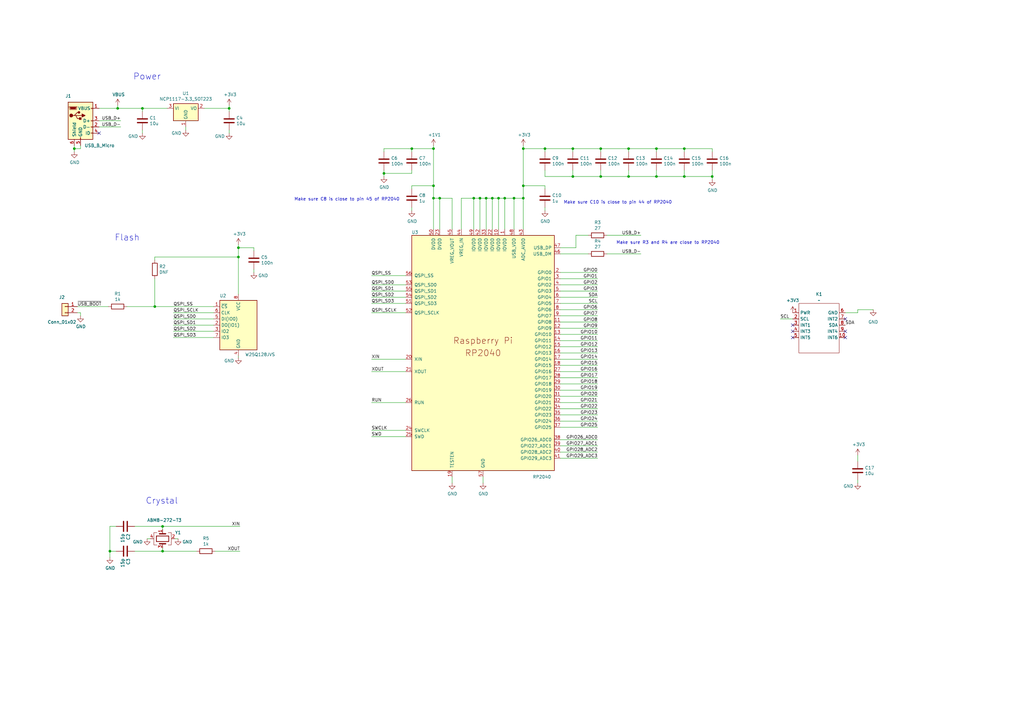
<source format=kicad_sch>
(kicad_sch (version 20231120) (generator "eeschema") (generator_version "8.0")
  (paper "A3")
  (title_block (title "RP2040 Minimal Design Example") (date "2024-01-16") (rev "REV2") (company "Raspberry Pi Ltd"))
  (lib_symbols
    (symbol "+3V3_1" (power) (pin_numbers hide) (pin_names (offset 0) hide)
      (property "Value" "+3V3" (at 0 3.556 0))
      (symbol "+3V3_1_0_1"
        (polyline (pts (xy -0.762 1.27) (xy 0 2.54)))
        (polyline (pts (xy 0 0) (xy 0 2.54)))
        (polyline (pts (xy 0 2.54) (xy 0.762 1.27)))
      )
      (symbol "+3V3_1_1_1"
        (pin power_in line (at 0 0 90) (length 0) (name "~") (number "1"))
      )
    )
    (symbol "12PinSymbol:12PinEdgeConnector"
      (property "Reference" "K" (at 0.508 10.16 0))
      (symbol "12PinEdgeConnector_0_1"
        (rectangle (start -7.62 8.89) (end 8.89 -11.43))
      )
      (symbol "12PinEdgeConnector_1_1"
        (pin input line (at -10.16 5.08 0) (length 2.54) (name "PWR") (number "1"))
        (pin input line (at 11.43 -5.08 180) (length 2.54) (name "INT6") (number "10"))
        (pin input line (at -10.16 2.54 0) (length 2.54) (name "SCL") (number "2"))
        (pin input line (at -10.16 0 0) (length 2.54) (name "INT1") (number "3"))
        (pin input line (at -10.16 -2.54 0) (length 2.54) (name "INT3") (number "4"))
        (pin input line (at -10.16 -5.08 0) (length 2.54) (name "INT5") (number "5"))
        (pin input line (at 11.43 5.08 180) (length 2.54) (name "GND") (number "6"))
        (pin input line (at 11.43 2.54 180) (length 2.54) (name "INT2") (number "7"))
        (pin input line (at 11.43 0 180) (length 2.54) (name "SDA") (number "8"))
        (pin input line (at 11.43 -2.54 180) (length 2.54) (name "INT4") (number "9"))
      )
    )
    (symbol "Connector:USB_B_Micro" (pin_names (offset 1.016))
      (property "Reference" "J" (at -5.08 11.43 0))
      (property "Value" "USB_B_Micro" (at -5.08 8.89 0))
      (symbol "USB_B_Micro_0_1"
        (rectangle (start -5.08 -7.62) (end 5.08 7.62) (stroke (width 0.254)) (fill (type background)))
        (circle (center -3.81 2.159) (radius 0.635) (stroke (width 0.254)) (fill (type outline)))
        (circle (center -0.635 3.429) (radius 0.381) (stroke (width 0.254)) (fill (type outline)))
        (rectangle (start -0.127 -7.62) (end 0.127 -6.858))
        (polyline (pts (xy -1.905 2.159) (xy 0.635 2.159)) (stroke (width 0.254)))
        (polyline (pts (xy -3.175 2.159) (xy -2.54 2.159) (xy -1.27 3.429) (xy -0.635 3.429)) (stroke (width 0.254)))
        (polyline (pts (xy -2.54 2.159) (xy -1.905 2.159) (xy -1.27 0.889) (xy 0 0.889)) (stroke (width 0.254)))
        (polyline (pts (xy 0.635 2.794) (xy 0.635 1.524) (xy 1.905 2.159) (xy 0.635 2.794)) (stroke (width 0.254)) (fill (type outline)))
        (polyline (pts (xy -4.318 5.588) (xy -1.778 5.588) (xy -2.032 4.826) (xy -4.064 4.826) (xy -4.318 5.588)) (fill (type outline)))
        (polyline (pts (xy -4.699 5.842) (xy -4.699 5.588) (xy -4.445 4.826) (xy -4.445 4.572) (xy -1.651 4.572) (xy -1.651 4.826) (xy -1.397 5.588) (xy -1.397 5.842) (xy -4.699 5.842)))
        (rectangle (start 0.254 1.27) (end -0.508 0.508) (stroke (width 0.254)) (fill (type outline)))
        (rectangle (start 5.08 -5.207) (end 4.318 -4.953))
        (rectangle (start 5.08 -2.667) (end 4.318 -2.413))
        (rectangle (start 5.08 -0.127) (end 4.318 0.127))
        (rectangle (start 5.08 4.953) (end 4.318 5.207))
      )
      (symbol "USB_B_Micro_1_1"
        (pin power_out line (at 7.62 5.08 180) (length 2.54) (name "VBUS") (number "1"))
        (pin bidirectional line (at 7.62 -2.54 180) (length 2.54) (name "D-") (number "2"))
        (pin bidirectional line (at 7.62 0 180) (length 2.54) (name "D+") (number "3"))
        (pin passive line (at 7.62 -5.08 180) (length 2.54) (name "ID") (number "4"))
        (pin power_out line (at 0 -10.16 90) (length 2.54) (name "GND") (number "5"))
        (pin passive line (at -2.54 -10.16 90) (length 2.54) (name "Shield") (number "6"))
      )
    )
    (symbol "Connector_Generic:Conn_01x02" (pin_names (offset 1.016) hide)
      (property "Reference" "J" (at 0 2.54 0))
      (property "Value" "Conn_01x02" (at 0 -5.08 0))
      (symbol "Conn_01x02_1_1"
        (rectangle (start -1.27 -2.413) (end 0 -2.667) (stroke (width 0.1524)))
        (rectangle (start -1.27 0.127) (end 0 -0.127) (stroke (width 0.1524)))
        (rectangle (start -1.27 1.27) (end 1.27 -3.81) (stroke (width 0.254)) (fill (type background)))
        (pin passive line (at -5.08 0 0) (length 3.81) (name "Pin_1") (number "1"))
        (pin passive line (at -5.08 -2.54 0) (length 3.81) (name "Pin_2") (number "2"))
      )
    )
    (symbol "Device:C" (pin_numbers hide) (pin_names (offset 0.254))
      (property "Reference" "C" (at 0.635 2.54 0))
      (property "Value" "C" (at 0.635 -2.54 0))
      (symbol "C_0_1"
        (polyline (pts (xy -2.032 -0.762) (xy 2.032 -0.762)) (stroke (width 0.508)))
        (polyline (pts (xy -2.032 0.762) (xy 2.032 0.762)) (stroke (width 0.508)))
      )
      (symbol "C_1_1"
        (pin passive line (at 0 3.81 270) (length 2.794) (name "~") (number "1"))
        (pin passive line (at 0 -3.81 90) (length 2.794) (name "~") (number "2"))
      )
    )
    (symbol "Device:Crystal_GND24" (pin_names (offset 1.016) hide)
      (property "Reference" "Y" (at 3.175 5.08 0))
      (property "Value" "Crystal_GND24" (at 3.175 3.175 0))
      (symbol "Crystal_GND24_0_1"
        (rectangle (start -1.143 2.54) (end 1.143 -2.54) (stroke (width 0.3048)))
        (polyline (pts (xy -2.54 0) (xy -2.032 0)))
        (polyline (pts (xy -2.032 -1.27) (xy -2.032 1.27)) (stroke (width 0.508)))
        (polyline (pts (xy 0 -3.81) (xy 0 -3.556)))
        (polyline (pts (xy 0 3.556) (xy 0 3.81)))
        (polyline (pts (xy 2.032 -1.27) (xy 2.032 1.27)) (stroke (width 0.508)))
        (polyline (pts (xy 2.032 0) (xy 2.54 0)))
        (polyline (pts (xy -2.54 -2.286) (xy -2.54 -3.556) (xy 2.54 -3.556) (xy 2.54 -2.286)))
        (polyline (pts (xy -2.54 2.286) (xy -2.54 3.556) (xy 2.54 3.556) (xy 2.54 2.286)))
      )
      (symbol "Crystal_GND24_1_1"
        (pin passive line (at -3.81 0 0) (length 1.27) (name "1") (number "1"))
        (pin passive line (at 0 5.08 270) (length 1.27) (name "2") (number "2"))
        (pin passive line (at 3.81 0 180) (length 1.27) (name "3") (number "3"))
        (pin passive line (at 0 -5.08 90) (length 1.27) (name "4") (number "4"))
      )
    )
    (symbol "Device:R" (pin_numbers hide) (pin_names (offset 0))
      (property "Reference" "R" (at 2.032 0 90))
      (property "Value" "R" (at 0 0 90))
      (symbol "R_0_1"
        (rectangle (start -1.016 -2.54) (end 1.016 2.54) (stroke (width 0.254)))
      )
      (symbol "R_1_1"
        (pin passive line (at 0 3.81 270) (length 1.27) (name "~") (number "1"))
        (pin passive line (at 0 -3.81 90) (length 1.27) (name "~") (number "2"))
      )
    )
    (symbol "GND_1" (power) (pin_numbers hide) (pin_names (offset 0) hide)
      (property "Value" "GND" (at 0 -3.81 0))
      (symbol "GND_1_0_1"
        (polyline (pts (xy 0 0) (xy 0 -1.27) (xy 1.27 -1.27) (xy 0 -2.54) (xy -1.27 -1.27) (xy 0 -1.27)))
      )
      (symbol "GND_1_1_1"
        (pin power_in line (at 0 0 270) (length 0) (name "~") (number "1"))
      )
    )
    (symbol "MCU_RaspberryPi_RP2040:RP2040" (pin_names (offset 1.016))
      (property "Reference" "U" (at -29.21 49.53 0))
      (property "Value" "RP2040" (at 24.13 -49.53 0))
      (symbol "RP2040_0_0"
        (text "Raspberry Pi" (at 0 5.08 0) (effects (font (size 2.54 2.54))))
        (text "RP2040" (at 0 0 0) (effects (font (size 2.54 2.54))))
      )
      (symbol "RP2040_0_1"
        (rectangle (start 29.21 48.26) (end -29.21 -48.26) (stroke (width 0.254)) (fill (type background)))
      )
      (symbol "RP2040_1_1"
        (pin power_in line (at 8.89 50.8 270) (length 2.54) (name "IOVDD") (number "1"))
        (pin power_in line (at 6.35 50.8 270) (length 2.54) (name "IOVDD") (number "10"))
        (pin bidirectional line (at 31.75 12.7 180) (length 2.54) (name "GPIO8") (number "11"))
        (pin bidirectional line (at 31.75 10.16 180) (length 2.54) (name "GPIO9") (number "12"))
        (pin bidirectional line (at 31.75 7.62 180) (length 2.54) (name "GPIO10") (number "13"))
        (pin bidirectional line (at 31.75 5.08 180) (length 2.54) (name "GPIO11") (number "14"))
        (pin bidirectional line (at 31.75 2.54 180) (length 2.54) (name "GPIO12") (number "15"))
        (pin bidirectional line (at 31.75 0 180) (length 2.54) (name "GPIO13") (number "16"))
        (pin bidirectional line (at 31.75 -2.54 180) (length 2.54) (name "GPIO14") (number "17"))
        (pin bidirectional line (at 31.75 -5.08 180) (length 2.54) (name "GPIO15") (number "18"))
        (pin passive line (at -12.7 -50.8 90) (length 2.54) (name "TESTEN") (number "19"))
        (pin bidirectional line (at 31.75 33.02 180) (length 2.54) (name "GPIO0") (number "2"))
        (pin input line (at -31.75 -2.54 0) (length 2.54) (name "XIN") (number "20"))
        (pin passive line (at -31.75 -7.62 0) (length 2.54) (name "XOUT") (number "21"))
        (pin power_in line (at 3.81 50.8 270) (length 2.54) (name "IOVDD") (number "22"))
        (pin power_in line (at -17.78 50.8 270) (length 2.54) (name "DVDD") (number "23"))
        (pin output line (at -31.75 -31.75 0) (length 2.54) (name "SWCLK") (number "24"))
        (pin bidirectional line (at -31.75 -34.29 0) (length 2.54) (name "SWD") (number "25"))
        (pin input line (at -31.75 -20.32 0) (length 2.54) (name "RUN") (number "26"))
        (pin bidirectional line (at 31.75 -7.62 180) (length 2.54) (name "GPIO16") (number "27"))
        (pin bidirectional line (at 31.75 -10.16 180) (length 2.54) (name "GPIO17") (number "28"))
        (pin bidirectional line (at 31.75 -12.7 180) (length 2.54) (name "GPIO18") (number "29"))
        (pin bidirectional line (at 31.75 30.48 180) (length 2.54) (name "GPIO1") (number "3"))
        (pin bidirectional line (at 31.75 -15.24 180) (length 2.54) (name "GPIO19") (number "30"))
        (pin bidirectional line (at 31.75 -17.78 180) (length 2.54) (name "GPIO20") (number "31"))
        (pin bidirectional line (at 31.75 -20.32 180) (length 2.54) (name "GPIO21") (number "32"))
        (pin power_in line (at 1.27 50.8 270) (length 2.54) (name "IOVDD") (number "33"))
        (pin bidirectional line (at 31.75 -22.86 180) (length 2.54) (name "GPIO22") (number "34"))
        (pin bidirectional line (at 31.75 -25.4 180) (length 2.54) (name "GPIO23") (number "35"))
        (pin bidirectional line (at 31.75 -27.94 180) (length 2.54) (name "GPIO24") (number "36"))
        (pin bidirectional line (at 31.75 -30.48 180) (length 2.54) (name "GPIO25") (number "37"))
        (pin bidirectional line (at 31.75 -35.56 180) (length 2.54) (name "GPIO26_ADC0") (number "38"))
        (pin bidirectional line (at 31.75 -38.1 180) (length 2.54) (name "GPIO27_ADC1") (number "39"))
        (pin bidirectional line (at 31.75 27.94 180) (length 2.54) (name "GPIO2") (number "4"))
        (pin bidirectional line (at 31.75 -40.64 180) (length 2.54) (name "GPIO28_ADC2") (number "40"))
        (pin bidirectional line (at 31.75 -43.18 180) (length 2.54) (name "GPIO29_ADC3") (number "41"))
        (pin power_in line (at -1.27 50.8 270) (length 2.54) (name "IOVDD") (number "42"))
        (pin power_in line (at 16.51 50.8 270) (length 2.54) (name "ADC_AVDD") (number "43"))
        (pin power_in line (at -8.89 50.8 270) (length 2.54) (name "VREG_IN") (number "44"))
        (pin power_out line (at -12.7 50.8 270) (length 2.54) (name "VREG_VOUT") (number "45"))
        (pin bidirectional line (at 31.75 40.64 180) (length 2.54) (name "USB_DM") (number "46"))
        (pin bidirectional line (at 31.75 43.18 180) (length 2.54) (name "USB_DP") (number "47"))
        (pin power_in line (at 12.7 50.8 270) (length 2.54) (name "USB_VDD") (number "48"))
        (pin power_in line (at -3.81 50.8 270) (length 2.54) (name "IOVDD") (number "49"))
        (pin bidirectional line (at 31.75 25.4 180) (length 2.54) (name "GPIO3") (number "5"))
        (pin power_in line (at -20.32 50.8 270) (length 2.54) (name "DVDD") (number "50"))
        (pin bidirectional line (at -31.75 20.32 0) (length 2.54) (name "QSPI_SD3") (number "51"))
        (pin output line (at -31.75 16.51 0) (length 2.54) (name "QSPI_SCLK") (number "52"))
        (pin bidirectional line (at -31.75 27.94 0) (length 2.54) (name "QSPI_SD0") (number "53"))
        (pin bidirectional line (at -31.75 22.86 0) (length 2.54) (name "QSPI_SD2") (number "54"))
        (pin bidirectional line (at -31.75 25.4 0) (length 2.54) (name "QSPI_SD1") (number "55"))
        (pin bidirectional line (at -31.75 31.75 0) (length 2.54) (name "QSPI_SS") (number "56"))
        (pin power_in line (at 0 -50.8 90) (length 2.54) (name "GND") (number "57"))
        (pin bidirectional line (at 31.75 22.86 180) (length 2.54) (name "GPIO4") (number "6"))
        (pin bidirectional line (at 31.75 20.32 180) (length 2.54) (name "GPIO5") (number "7"))
        (pin bidirectional line (at 31.75 17.78 180) (length 2.54) (name "GPIO6") (number "8"))
        (pin bidirectional line (at 31.75 15.24 180) (length 2.54) (name "GPIO7") (number "9"))
      )
    )
    (symbol "Memory_Flash:W25Q128JVS"
      (property "Reference" "U" (at -8.89 8.89 0))
      (property "Value" "W25Q128JVS" (at 7.62 8.89 0))
      (symbol "W25Q128JVS_0_1"
        (rectangle (start -7.62 10.16) (end 7.62 -10.16) (stroke (width 0.254)) (fill (type background)))
      )
      (symbol "W25Q128JVS_1_1"
        (pin input line (at -10.16 7.62 0) (length 2.54) (name "~{CS}") (number "1"))
        (pin bidirectional line (at -10.16 0 0) (length 2.54) (name "DO(IO1)") (number "2"))
        (pin bidirectional line (at -10.16 -2.54 0) (length 2.54) (name "IO2") (number "3"))
        (pin power_in line (at 0 -12.7 90) (length 2.54) (name "GND") (number "4"))
        (pin bidirectional line (at -10.16 2.54 0) (length 2.54) (name "DI(IO0)") (number "5"))
        (pin input line (at -10.16 5.08 0) (length 2.54) (name "CLK") (number "6"))
        (pin bidirectional line (at -10.16 -5.08 0) (length 2.54) (name "IO3") (number "7"))
        (pin power_in line (at 0 12.7 270) (length 2.54) (name "VCC") (number "8"))
      )
    )
    (symbol "Regulator_Linear:NCP1117-3.3_SOT223"
      (property "Reference" "U" (at -3.81 3.175 0))
      (property "Value" "NCP1117-3.3_SOT223" (at 0 3.175 0))
      (symbol "NCP1117-3.3_SOT223_0_1"
        (rectangle (start -5.08 -5.08) (end 5.08 1.905) (stroke (width 0.254)) (fill (type background)))
      )
      (symbol "NCP1117-3.3_SOT223_1_1"
        (pin power_in line (at 0 -7.62 90) (length 2.54) (name "GND") (number "1"))
        (pin power_out line (at 7.62 0 180) (length 2.54) (name "VO") (number "2"))
        (pin power_in line (at -7.62 0 0) (length 2.54) (name "VI") (number "3"))
      )
    )
    (symbol "power:+1V1" (power) (pin_names (offset 0))
      (property "Value" "+1V1" (at 0 3.556 0))
      (symbol "+1V1_0_1"
        (polyline (pts (xy -0.762 1.27) (xy 0 2.54)))
        (polyline (pts (xy 0 0) (xy 0 2.54)))
        (polyline (pts (xy 0 2.54) (xy 0.762 1.27)))
      )
      (symbol "+1V1_1_1"
        (pin power_in line (at 0 0 90) (length 0) hide (name "+1V1") (number "1"))
      )
    )
    (symbol "power:+3V3" (power) (pin_names (offset 0))
      (property "Value" "+3V3" (at 0 3.556 0))
      (symbol "+3V3_0_1"
        (polyline (pts (xy -0.762 1.27) (xy 0 2.54)))
        (polyline (pts (xy 0 0) (xy 0 2.54)))
        (polyline (pts (xy 0 2.54) (xy 0.762 1.27)))
      )
      (symbol "+3V3_1_1"
        (pin power_in line (at 0 0 90) (length 0) hide (name "+3V3") (number "1"))
      )
    )
    (symbol "power:GND" (power) (pin_names (offset 0))
      (property "Value" "GND" (at 0 -3.81 0))
      (symbol "GND_0_1"
        (polyline (pts (xy 0 0) (xy 0 -1.27) (xy 1.27 -1.27) (xy 0 -2.54) (xy -1.27 -1.27) (xy 0 -1.27)))
      )
      (symbol "GND_1_1"
        (pin power_in line (at 0 0 270) (length 0) hide (name "GND") (number "1"))
      )
    )
    (symbol "power:VBUS" (power) (pin_names (offset 0))
      (property "Value" "VBUS" (at 0 3.81 0))
      (symbol "VBUS_0_1"
        (polyline (pts (xy -0.762 1.27) (xy 0 2.54)))
        (polyline (pts (xy 0 0) (xy 0 2.54)))
        (polyline (pts (xy 0 2.54) (xy 0.762 1.27)))
      )
      (symbol "VBUS_1_1"
        (pin power_in line (at 0 0 90) (length 0) hide (name "VBUS") (number "1"))
      )
    )
  )
  (junction (at 201.93 81.28))
  (junction (at 199.39 81.28))
  (junction (at 97.79 105.41))
  (junction (at 177.8 76.2))
  (junction (at 214.63 76.2))
  (junction (at 168.91 60.96))
  (junction (at 45.085 226.06))
  (junction (at 223.52 60.96))
  (junction (at 246.38 72.39))
  (junction (at 257.81 60.96))
  (junction (at 66.675 215.9))
  (junction (at 246.38 60.96))
  (junction (at 177.8 81.28))
  (junction (at 180.34 81.28))
  (junction (at 204.47 81.28))
  (junction (at 157.48 71.12))
  (junction (at 93.98 44.45))
  (junction (at 280.67 60.96))
  (junction (at 292.1 72.39))
  (junction (at 66.675 226.06))
  (junction (at 48.26 44.45))
  (junction (at 257.81 72.39))
  (junction (at 97.79 101.6))
  (junction (at 30.48 60.96))
  (junction (at 177.8 60.96))
  (junction (at 234.95 72.39))
  (junction (at 269.24 72.39))
  (junction (at 58.42 44.45))
  (junction (at 207.01 81.28))
  (junction (at 214.63 81.28))
  (junction (at 63.5 125.73))
  (junction (at 196.85 81.28))
  (junction (at 214.63 60.96))
  (junction (at 194.31 81.28))
  (junction (at 269.24 60.96))
  (junction (at 280.67 72.39))
  (junction (at 210.82 81.28))
  (junction (at 234.95 60.96))
  (no_connect (at 346.71 138.43))
  (no_connect (at 325.12 138.43))
  (no_connect (at 325.12 135.89))
  (no_connect (at 346.71 135.89))
  (no_connect (at 325.12 133.35))
  (no_connect (at 40.64 54.61))
  (no_connect (at 346.71 130.81))
  (wire (pts (xy 177.8 81.28) (xy 177.8 93.98)))
  (wire (pts (xy 229.87 137.16) (xy 245.11 137.16)))
  (wire (pts (xy 157.48 71.12) (xy 168.91 71.12)))
  (wire (pts (xy 236.22 96.52) (xy 236.22 101.6)))
  (wire (pts (xy 48.26 44.45) (xy 58.42 44.45)))
  (wire (pts (xy 246.38 60.96) (xy 257.81 60.96)))
  (wire (pts (xy 207.01 81.28) (xy 210.82 81.28)))
  (wire (pts (xy 351.79 196.85) (xy 351.79 198.12)))
  (wire (pts (xy 87.63 138.43) (xy 71.12 138.43)))
  (wire (pts (xy 246.38 62.23) (xy 246.38 60.96)))
  (wire (pts (xy 177.8 59.69) (xy 177.8 60.96)))
  (wire (pts (xy 229.87 149.86) (xy 245.11 149.86)))
  (wire (pts (xy 97.79 101.6) (xy 97.79 105.41)))
  (wire (pts (xy 58.42 53.34) (xy 58.42 54.61)))
  (wire (pts (xy 229.87 175.26) (xy 245.11 175.26)))
  (wire (pts (xy 194.31 81.28) (xy 196.85 81.28)))
  (wire (pts (xy 229.87 170.18) (xy 245.11 170.18)))
  (wire (pts (xy 48.26 43.18) (xy 48.26 44.45)))
  (wire (pts (xy 229.87 104.14) (xy 241.3 104.14)))
  (wire (pts (xy 229.87 111.76) (xy 245.11 111.76)))
  (wire (pts (xy 71.12 128.27) (xy 87.63 128.27)))
  (wire (pts (xy 97.79 100.33) (xy 97.79 101.6)))
  (wire (pts (xy 248.92 96.52) (xy 262.89 96.52)))
  (wire (pts (xy 185.42 93.98) (xy 185.42 81.28)))
  (wire (pts (xy 351.79 128.27) (xy 351.79 127)))
  (wire (pts (xy 246.38 69.85) (xy 246.38 72.39)))
  (wire (pts (xy 229.87 116.84) (xy 245.11 116.84)))
  (wire (pts (xy 58.42 45.72) (xy 58.42 44.45)))
  (wire (pts (xy 177.8 76.2) (xy 177.8 81.28)))
  (wire (pts (xy 60.325 220.98) (xy 61.595 220.98)))
  (wire (pts (xy 189.23 81.28) (xy 194.31 81.28)))
  (wire (pts (xy 157.48 60.96) (xy 168.91 60.96)))
  (wire (pts (xy 229.87 185.42) (xy 245.11 185.42)))
  (wire (pts (xy 63.5 114.3) (xy 63.5 125.73)))
  (wire (pts (xy 157.48 69.85) (xy 157.48 71.12)))
  (wire (pts (xy 71.755 220.98) (xy 73.025 220.98)))
  (wire (pts (xy 152.4 124.46) (xy 166.37 124.46)))
  (wire (pts (xy 320.04 130.81) (xy 325.12 130.81)))
  (wire (pts (xy 55.245 215.9) (xy 66.675 215.9)))
  (wire (pts (xy 93.98 45.72) (xy 93.98 44.45)))
  (wire (pts (xy 214.63 81.28) (xy 214.63 93.98)))
  (wire (pts (xy 168.91 60.96) (xy 177.8 60.96)))
  (wire (pts (xy 44.45 125.73) (xy 31.75 125.73)))
  (wire (pts (xy 214.63 76.2) (xy 223.52 76.2)))
  (wire (pts (xy 97.79 146.685) (xy 97.79 146.05)))
  (wire (pts (xy 199.39 93.98) (xy 199.39 81.28)))
  (wire (pts (xy 40.64 49.53) (xy 49.53 49.53)))
  (wire (pts (xy 177.8 60.96) (xy 177.8 76.2)))
  (wire (pts (xy 210.82 81.28) (xy 214.63 81.28)))
  (wire (pts (xy 152.4 119.38) (xy 166.37 119.38)))
  (wire (pts (xy 166.37 165.1) (xy 152.4 165.1)))
  (wire (pts (xy 269.24 62.23) (xy 269.24 60.96)))
  (wire (pts (xy 196.85 81.28) (xy 199.39 81.28)))
  (wire (pts (xy 87.63 133.35) (xy 71.12 133.35)))
  (wire (pts (xy 223.52 62.23) (xy 223.52 60.96)))
  (wire (pts (xy 214.63 60.96) (xy 223.52 60.96)))
  (wire (pts (xy 104.14 101.6) (xy 97.79 101.6)))
  (wire (pts (xy 207.01 81.28) (xy 207.01 93.98)))
  (wire (pts (xy 196.85 93.98) (xy 196.85 81.28)))
  (wire (pts (xy 33.02 59.69) (xy 33.02 60.96)))
  (wire (pts (xy 66.675 224.79) (xy 66.675 226.06)))
  (wire (pts (xy 45.085 226.06) (xy 45.085 228.6)))
  (wire (pts (xy 229.87 101.6) (xy 236.22 101.6)))
  (wire (pts (xy 214.63 60.96) (xy 214.63 76.2)))
  (wire (pts (xy 76.2 52.07) (xy 76.2 53.34)))
  (wire (pts (xy 166.37 152.4) (xy 152.4 152.4)))
  (wire (pts (xy 166.37 113.03) (xy 152.4 113.03)))
  (wire (pts (xy 269.24 60.96) (xy 280.67 60.96)))
  (wire (pts (xy 292.1 69.85) (xy 292.1 72.39)))
  (wire (pts (xy 88.265 226.06) (xy 98.425 226.06)))
  (wire (pts (xy 83.82 44.45) (xy 93.98 44.45)))
  (wire (pts (xy 229.87 147.32) (xy 245.11 147.32)))
  (wire (pts (xy 229.87 127) (xy 245.11 127)))
  (wire (pts (xy 168.91 71.12) (xy 168.91 69.85)))
  (wire (pts (xy 234.95 62.23) (xy 234.95 60.96)))
  (wire (pts (xy 234.95 72.39) (xy 223.52 72.39)))
  (wire (pts (xy 229.87 180.34) (xy 245.11 180.34)))
  (wire (pts (xy 214.63 76.2) (xy 214.63 81.28)))
  (wire (pts (xy 214.63 59.69) (xy 214.63 60.96)))
  (wire (pts (xy 229.87 129.54) (xy 245.11 129.54)))
  (wire (pts (xy 168.91 77.47) (xy 168.91 76.2)))
  (wire (pts (xy 87.63 135.89) (xy 71.12 135.89)))
  (wire (pts (xy 31.75 128.27) (xy 33.02 128.27)))
  (wire (pts (xy 234.95 60.96) (xy 246.38 60.96)))
  (wire (pts (xy 52.07 125.73) (xy 63.5 125.73)))
  (wire (pts (xy 30.48 59.69) (xy 30.48 60.96)))
  (wire (pts (xy 229.87 187.96) (xy 245.11 187.96)))
  (wire (pts (xy 234.95 69.85) (xy 234.95 72.39)))
  (wire (pts (xy 180.34 93.98) (xy 180.34 81.28)))
  (wire (pts (xy 280.67 72.39) (xy 292.1 72.39)))
  (wire (pts (xy 33.02 60.96) (xy 30.48 60.96)))
  (wire (pts (xy 68.58 44.45) (xy 58.42 44.45)))
  (wire (pts (xy 269.24 69.85) (xy 269.24 72.39)))
  (wire (pts (xy 223.52 60.96) (xy 234.95 60.96)))
  (wire (pts (xy 223.52 85.09) (xy 223.52 86.36)))
  (wire (pts (xy 229.87 132.08) (xy 245.11 132.08)))
  (wire (pts (xy 204.47 93.98) (xy 204.47 81.28)))
  (wire (pts (xy 55.245 226.06) (xy 66.675 226.06)))
  (wire (pts (xy 47.625 226.06) (xy 45.085 226.06)))
  (wire (pts (xy 66.675 226.06) (xy 80.645 226.06)))
  (wire (pts (xy 229.87 119.38) (xy 245.11 119.38)))
  (wire (pts (xy 292.1 62.23) (xy 292.1 60.96)))
  (wire (pts (xy 166.37 179.07) (xy 152.4 179.07)))
  (wire (pts (xy 199.39 81.28) (xy 201.93 81.28)))
  (wire (pts (xy 292.1 72.39) (xy 292.1 73.66)))
  (wire (pts (xy 351.79 186.69) (xy 351.79 189.23)))
  (wire (pts (xy 229.87 157.48) (xy 245.11 157.48)))
  (wire (pts (xy 166.37 128.27) (xy 152.4 128.27)))
  (wire (pts (xy 198.12 195.58) (xy 198.12 198.12)))
  (wire (pts (xy 168.91 76.2) (xy 177.8 76.2)))
  (wire (pts (xy 229.87 154.94) (xy 245.11 154.94)))
  (wire (pts (xy 87.63 130.81) (xy 71.12 130.81)))
  (wire (pts (xy 246.38 72.39) (xy 234.95 72.39)))
  (wire (pts (xy 223.52 69.85) (xy 223.52 72.39)))
  (wire (pts (xy 185.42 195.58) (xy 185.42 198.12)))
  (wire (pts (xy 229.87 160.02) (xy 245.11 160.02)))
  (wire (pts (xy 47.625 215.9) (xy 45.085 215.9)))
  (wire (pts (xy 229.87 139.7) (xy 245.11 139.7)))
  (wire (pts (xy 229.87 165.1) (xy 245.11 165.1)))
  (wire (pts (xy 351.79 127) (xy 358.14 127)))
  (wire (pts (xy 180.34 81.28) (xy 177.8 81.28)))
  (wire (pts (xy 248.92 104.14) (xy 262.89 104.14)))
  (wire (pts (xy 229.87 144.78) (xy 245.11 144.78)))
  (wire (pts (xy 280.67 72.39) (xy 269.24 72.39)))
  (wire (pts (xy 45.085 215.9) (xy 45.085 226.06)))
  (wire (pts (xy 66.675 217.17) (xy 66.675 215.9)))
  (wire (pts (xy 152.4 116.84) (xy 166.37 116.84)))
  (wire (pts (xy 201.93 81.28) (xy 204.47 81.28)))
  (wire (pts (xy 229.87 134.62) (xy 245.11 134.62)))
  (wire (pts (xy 229.87 152.4) (xy 245.11 152.4)))
  (wire (pts (xy 157.48 62.23) (xy 157.48 60.96)))
  (wire (pts (xy 236.22 96.52) (xy 241.3 96.52)))
  (wire (pts (xy 104.14 110.49) (xy 104.14 111.76)))
  (wire (pts (xy 157.48 71.12) (xy 157.48 72.39)))
  (wire (pts (xy 280.67 69.85) (xy 280.67 72.39)))
  (wire (pts (xy 152.4 147.32) (xy 166.37 147.32)))
  (wire (pts (xy 229.87 142.24) (xy 245.11 142.24)))
  (wire (pts (xy 257.81 60.96) (xy 269.24 60.96)))
  (wire (pts (xy 346.71 128.27) (xy 351.79 128.27)))
  (wire (pts (xy 223.52 77.47) (xy 223.52 76.2)))
  (wire (pts (xy 152.4 121.92) (xy 166.37 121.92)))
  (wire (pts (xy 229.87 124.46) (xy 245.11 124.46)))
  (wire (pts (xy 229.87 167.64) (xy 245.11 167.64)))
  (wire (pts (xy 229.87 114.3) (xy 245.11 114.3)))
  (wire (pts (xy 257.81 72.39) (xy 246.38 72.39)))
  (wire (pts (xy 104.14 102.87) (xy 104.14 101.6)))
  (wire (pts (xy 269.24 72.39) (xy 257.81 72.39)))
  (wire (pts (xy 204.47 81.28) (xy 207.01 81.28)))
  (wire (pts (xy 63.5 125.73) (xy 87.63 125.73)))
  (wire (pts (xy 194.31 93.98) (xy 194.31 81.28)))
  (wire (pts (xy 40.64 44.45) (xy 48.26 44.45)))
  (wire (pts (xy 201.93 93.98) (xy 201.93 81.28)))
  (wire (pts (xy 168.91 62.23) (xy 168.91 60.96)))
  (wire (pts (xy 185.42 81.28) (xy 180.34 81.28)))
  (wire (pts (xy 280.67 60.96) (xy 292.1 60.96)))
  (wire (pts (xy 280.67 62.23) (xy 280.67 60.96)))
  (wire (pts (xy 257.81 69.85) (xy 257.81 72.39)))
  (wire (pts (xy 229.87 162.56) (xy 245.11 162.56)))
  (wire (pts (xy 229.87 172.72) (xy 245.11 172.72)))
  (wire (pts (xy 210.82 93.98) (xy 210.82 81.28)))
  (wire (pts (xy 257.81 62.23) (xy 257.81 60.96)))
  (wire (pts (xy 166.37 176.53) (xy 152.4 176.53)))
  (wire (pts (xy 189.23 93.98) (xy 189.23 81.28)))
  (wire (pts (xy 168.91 85.09) (xy 168.91 86.36)))
  (wire (pts (xy 93.98 53.34) (xy 93.98 54.61)))
  (wire (pts (xy 30.48 60.96) (xy 30.48 62.23)))
  (wire (pts (xy 63.5 106.68) (xy 63.5 105.41)))
  (wire (pts (xy 63.5 105.41) (xy 97.79 105.41)))
  (wire (pts (xy 93.98 44.45) (xy 93.98 43.18)))
  (wire (pts (xy 229.87 182.88) (xy 245.11 182.88)))
  (wire (pts (xy 229.87 121.92) (xy 245.11 121.92)))
  (wire (pts (xy 40.64 52.07) (xy 49.53 52.07)))
  (wire (pts (xy 33.02 128.27) (xy 33.02 129.54)))
  (wire (pts (xy 97.79 105.41) (xy 97.79 120.65)))
  (wire (pts (xy 66.675 215.9) (xy 98.425 215.9)))
  (text "Power" (at 54.61 33.02 0) (effects (font (size 2.54 2.54)) (justify left bottom)))
  (text "Crystal" (at 59.69 207.01 0) (effects (font (size 2.54 2.54)) (justify left bottom)))
  (text "Make sure C8 is close to pin 45 of RP2040" (at 120.65 82.55 0) (effects (font (size 1.27 1.27)) (justify left bottom)))
  (text "Make sure C10 is close to pin 44 of RP2040" (at 231.14 83.82 0) (effects (font (size 1.27 1.27)) (justify left bottom)))
  (text "Make sure R3 and R4 are close to RP2040" (at 252.73 100.33 0) (effects (font (size 1.27 1.27)) (justify left bottom)))
  (text "Flash" (at 46.99 99.06 0) (effects (font (size 2.54 2.54)) (justify left bottom)))
  (label "XOUT" (at 98.425 226.06 180))
  (label "USB_D-" (at 49.53 52.07 180))
  (label "QSPI_SS" (at 71.12 125.73 0))
  (label "QSPI_SD3" (at 71.12 138.43 0))
  (label "QSPI_SD2" (at 152.4 121.92 0))
  (label "USB_D-" (at 262.89 104.14 180))
  (label "SDA" (at 245.11 121.92 180))
  (label "RUN" (at 152.4 165.1 0))
  (label "XOUT" (at 152.4 152.4 0))
  (label "GPIO29_ADC3" (at 245.11 187.96 180))
  (label "QSPI_SD1" (at 152.4 119.38 0))
  (label "GPIO13" (at 245.11 144.78 180))
  (label "GPIO6" (at 245.11 127 180))
  (label "USB_D+" (at 262.89 96.52 180))
  (label "SWD" (at 152.4 179.07 0))
  (label "GPIO20" (at 245.11 162.56 180))
  (label "QSPI_SD1" (at 71.12 133.35 0))
  (label "QSPI_SD3" (at 152.4 124.46 0))
  (label "GPIO18" (at 245.11 157.48 180))
  (label "GPIO25" (at 245.11 175.26 180))
  (label "SDA" (at 346.71 133.35 0))
  (label "GPIO0" (at 245.11 111.76 180))
  (label "GPIO21" (at 245.11 165.1 180))
  (label "GPIO11" (at 245.11 139.7 180))
  (label "GPIO27_ADC1" (at 245.11 182.88 180))
  (label "GPIO1" (at 245.11 114.3 180))
  (label "XIN" (at 98.425 215.9 180))
  (label "USB_D+" (at 49.53 49.53 180))
  (label "GPIO14" (at 245.11 147.32 180))
  (label "GPIO3" (at 245.11 119.38 180))
  (label "GPIO10" (at 245.11 137.16 180))
  (label "GPIO23" (at 245.11 170.18 180))
  (label "SWCLK" (at 152.4 176.53 0))
  (label "SCL" (at 320.04 130.81 0))
  (label "QSPI_SCLK" (at 152.4 128.27 0))
  (label "QSPI_SD0" (at 152.4 116.84 0))
  (label "GPIO17" (at 245.11 154.94 180))
  (label "GPIO2" (at 245.11 116.84 180))
  (label "GPIO9" (at 245.11 134.62 180))
  (label "GPIO15" (at 245.11 149.86 180))
  (label "GPIO12" (at 245.11 142.24 180))
  (label "GPIO24" (at 245.11 172.72 180))
  (label "SCL" (at 245.11 124.46 180))
  (label "GPIO22" (at 245.11 167.64 180))
  (label "GPIO19" (at 245.11 160.02 180))
  (label "QSPI_SS" (at 152.4 113.03 0))
  (label "QSPI_SD2" (at 71.12 135.89 0))
  (label "QSPI_SD0" (at 71.12 130.81 0))
  (label "QSPI_SCLK" (at 71.12 128.27 0))
  (label "~{USB_BOOT}" (at 31.75 125.73 0))
  (label "GPIO26_ADC0" (at 245.11 180.34 180))
  (label "GPIO28_ADC2" (at 245.11 185.42 180))
  (label "GPIO16" (at 245.11 152.4 180))
  (label "GPIO8" (at 245.11 132.08 180))
  (label "XIN" (at 152.4 147.32 0))
  (label "GPIO7" (at 245.11 129.54 180))
  (symbol (lib_id "MCU_RaspberryPi_RP2040:RP2040") (at 198.12 144.78 0) (unit 1)
    (property "Reference" "U3" (at 170.18 95.25 0))
    (property "Value" "RP2040" (at 222.25 195.58 0))
    (property "Footprint" "RP2040_minimal:RP2040-QFN-56" (effects (hide yes)))
  )
  (symbol (lib_id "Memory_Flash:W25Q128JVS") (at 97.79 133.35 0) (unit 1)
    (property "Reference" "U2" (at 91.44 121.285 0))
    (property "Value" "W25Q128JVS" (at 106.68 145.415 0))
    (property "Footprint" "Package_SO:SOIC-8_5.23x5.23mm_P1.27mm" (effects (hide yes)))
    (property "Datasheet" "http://www.winbond.com/resource-files/w25q128jv_dtr%20revc%2003272018%20plus.pdf" (effects (hide yes)))
  )
  (symbol (lib_id "power:+3V3") (at 97.79 100.33 0) (unit 1)
    (property "Reference" "#PWR07" (effects (hide yes)))
    (property "Value" "+3V3" (at 98.171 95.9358 0))
  )
  (symbol (lib_id "power:GND") (at 97.79 146.685 0) (unit 1)
    (property "Reference" "#PWR08" (effects (hide yes)))
    (property "Value" "GND" (at 93.98 147.955 0))
  )
  (symbol (lib_id "Device:R") (at 63.5 110.49 0) (unit 1)
    (property "Reference" "R2" (at 65.278 109.3216 0) (effects (justify left)))
    (property "Value" "DNF" (at 65.278 111.633 0) (effects (justify left)))
    (property "Footprint" "Resistor_SMD:R_0402_1005Metric" (effects (hide yes)))
  )
  (symbol (lib_id "Device:R") (at 48.26 125.73 270) (unit 1)
    (property "Reference" "R1" (at 48.26 120.4722 90))
    (property "Value" "1k" (at 48.26 122.7836 90))
    (property "Footprint" "Resistor_SMD:R_0402_1005Metric" (effects (hide yes)))
  )
  (symbol (lib_id "Device:C") (at 104.14 106.68 0) (unit 1)
    (property "Reference" "C5" (at 107.061 105.5116 0) (effects (justify left)))
    (property "Value" "100n" (at 107.061 107.823 0) (effects (justify left)))
    (property "Footprint" "Capacitor_SMD:C_0402_1005Metric" (effects (hide yes)))
  )
  (symbol (lib_id "power:GND") (at 104.14 111.76 0) (unit 1)
    (property "Reference" "#PWR011" (effects (hide yes)))
    (property "Value" "GND" (at 107.95 113.03 0))
  )
  (symbol (lib_id "Connector:USB_B_Micro") (at 33.02 49.53 0) (unit 1)
    (property "Reference" "J1" (at 29.21 39.37 0) (effects (justify right)))
    (property "Value" "USB_B_Micro" (at 46.99 59.69 0) (effects (justify right)))
    (property "Footprint" "RP2040_minimal:USB_Micro-B_Amphenol_10103594-0001LF_Horizontal_modified" (effects (hide yes)))
  )
  (symbol (lib_id "power:GND") (at 198.12 198.12 0) (unit 1)
    (property "Reference" "#PWR016" (effects (hide yes)))
    (property "Value" "GND" (at 198.247 202.5142 0))
  )
  (symbol (lib_id "power:GND") (at 185.42 198.12 0) (unit 1)
    (property "Reference" "#PWR015" (effects (hide yes)))
    (property "Value" "GND" (at 185.547 202.5142 0))
  )
  (symbol (lib_id "Device:R") (at 245.11 96.52 270) (unit 1)
    (property "Reference" "R3" (at 245.11 91.2622 90))
    (property "Value" "27" (at 245.11 93.5736 90))
    (property "Footprint" "Resistor_SMD:R_0402_1005Metric" (effects (hide yes)))
  )
  (symbol (lib_id "Device:R") (at 245.11 104.14 270) (unit 1)
    (property "Reference" "R4" (at 245.11 98.8822 90))
    (property "Value" "27" (at 245.11 101.1936 90))
    (property "Footprint" "Resistor_SMD:R_0402_1005Metric" (effects (hide yes)))
  )
  (symbol (lib_id "power:GND") (at 30.48 62.23 0) (unit 1)
    (property "Reference" "#PWR01" (effects (hide yes)))
    (property "Value" "GND" (at 30.607 66.6242 0))
  )
  (symbol (lib_id "power:+3V3") (at 214.63 59.69 0) (unit 1)
    (property "Reference" "#PWR017" (effects (hide yes)))
    (property "Value" "+3V3" (at 215.011 55.2958 0))
  )
  (symbol (lib_id "power:+1V1") (at 177.8 59.69 0) (unit 1)
    (property "Reference" "#PWR014" (effects (hide yes)))
    (property "Value" "+1V1" (at 178.181 55.2958 0))
  )
  (symbol (lib_id "Device:C") (at 223.52 66.04 0) (unit 1)
    (property "Reference" "C9" (at 226.441 64.8716 0) (effects (justify left)))
    (property "Value" "100n" (at 226.441 67.183 0) (effects (justify left)))
    (property "Footprint" "Capacitor_SMD:C_0402_1005Metric" (effects (hide yes)))
  )
  (symbol (lib_id "Device:C") (at 234.95 66.04 0) (unit 1)
    (property "Reference" "C11" (at 237.871 64.8716 0) (effects (justify left)))
    (property "Value" "100n" (at 237.871 67.183 0) (effects (justify left)))
    (property "Footprint" "Capacitor_SMD:C_0402_1005Metric" (effects (hide yes)))
  )
  (symbol (lib_id "Device:C") (at 246.38 66.04 0) (unit 1)
    (property "Reference" "C12" (at 249.301 64.8716 0) (effects (justify left)))
    (property "Value" "100n" (at 249.301 67.183 0) (effects (justify left)))
    (property "Footprint" "Capacitor_SMD:C_0402_1005Metric" (effects (hide yes)))
  )
  (symbol (lib_id "Device:C") (at 257.81 66.04 0) (unit 1)
    (property "Reference" "C13" (at 260.731 64.8716 0) (effects (justify left)))
    (property "Value" "100n" (at 260.731 67.183 0) (effects (justify left)))
    (property "Footprint" "Capacitor_SMD:C_0402_1005Metric" (effects (hide yes)))
  )
  (symbol (lib_id "Device:C") (at 269.24 66.04 0) (unit 1)
    (property "Reference" "C14" (at 272.161 64.8716 0) (effects (justify left)))
    (property "Value" "100n" (at 272.161 67.183 0) (effects (justify left)))
    (property "Footprint" "Capacitor_SMD:C_0402_1005Metric" (effects (hide yes)))
  )
  (symbol (lib_id "Device:C") (at 280.67 66.04 0) (unit 1)
    (property "Reference" "C15" (at 283.591 64.8716 0) (effects (justify left)))
    (property "Value" "100n" (at 283.591 67.183 0) (effects (justify left)))
    (property "Footprint" "Capacitor_SMD:C_0402_1005Metric" (effects (hide yes)))
  )
  (symbol (lib_id "Device:C") (at 292.1 66.04 0) (unit 1)
    (property "Reference" "C16" (at 295.021 64.8716 0) (effects (justify left)))
    (property "Value" "100n" (at 295.021 67.183 0) (effects (justify left)))
    (property "Footprint" "Capacitor_SMD:C_0402_1005Metric" (effects (hide yes)))
  )
  (symbol (lib_id "Device:C") (at 157.48 66.04 0) (unit 1)
    (property "Reference" "C6" (at 160.401 64.8716 0) (effects (justify left)))
    (property "Value" "100n" (at 160.401 67.183 0) (effects (justify left)))
    (property "Footprint" "Capacitor_SMD:C_0402_1005Metric" (effects (hide yes)))
  )
  (symbol (lib_id "Device:C") (at 168.91 66.04 0) (unit 1)
    (property "Reference" "C7" (at 171.831 64.8716 0) (effects (justify left)))
    (property "Value" "100n" (at 171.831 67.183 0) (effects (justify left)))
    (property "Footprint" "Capacitor_SMD:C_0402_1005Metric" (effects (hide yes)))
  )
  (symbol (lib_id "Device:C") (at 168.91 81.28 0) (unit 1)
    (property "Reference" "C8" (at 171.831 80.1116 0) (effects (justify left)))
    (property "Value" "1u" (at 171.831 82.423 0) (effects (justify left)))
    (property "Footprint" "Capacitor_SMD:C_0402_1005Metric" (effects (hide yes)))
  )
  (symbol (lib_id "Device:C") (at 223.52 81.28 0) (unit 1)
    (property "Reference" "C10" (at 226.441 80.1116 0) (effects (justify left)))
    (property "Value" "1u" (at 226.441 82.423 0) (effects (justify left)))
    (property "Footprint" "Capacitor_SMD:C_0402_1005Metric" (effects (hide yes)))
  )
  (symbol (lib_id "power:GND") (at 292.1 73.66 0) (unit 1)
    (property "Reference" "#PWR023" (effects (hide yes)))
    (property "Value" "GND" (at 292.227 78.0542 0))
  )
  (symbol (lib_id "power:GND") (at 157.48 72.39 0) (unit 1)
    (property "Reference" "#PWR012" (effects (hide yes)))
    (property "Value" "GND" (at 157.607 76.7842 0))
  )
  (symbol (lib_id "power:GND") (at 168.91 86.36 0) (unit 1)
    (property "Reference" "#PWR013" (effects (hide yes)))
    (property "Value" "GND" (at 169.037 90.7542 0))
  )
  (symbol (lib_id "power:GND") (at 223.52 86.36 0) (unit 1)
    (property "Reference" "#PWR018" (effects (hide yes)))
    (property "Value" "GND" (at 223.647 90.7542 0))
  )
  (symbol (lib_id "Regulator_Linear:NCP1117-3.3_SOT223") (at 76.2 44.45 0) (unit 1)
    (property "Reference" "U1" (at 76.2 38.3032 0))
    (property "Value" "NCP1117-3.3_SOT223" (at 76.2 40.6146 0))
    (property "Footprint" "Package_TO_SOT_SMD:SOT-223-3_TabPin2" (effects (hide yes)))
    (property "Datasheet" "http://www.onsemi.com/pub_link/Collateral/NCP1117-D.PDF" (effects (hide yes)))
  )
  (symbol (lib_id "power:VBUS") (at 48.26 43.18 0) (unit 1)
    (property "Reference" "#PWR03" (effects (hide yes)))
    (property "Value" "VBUS" (at 48.641 38.7858 0))
  )
  (symbol (lib_id "power:GND") (at 76.2 53.34 0) (unit 1)
    (property "Reference" "#PWR05" (effects (hide yes)))
    (property "Value" "GND" (at 72.39 54.61 0))
  )
  (symbol (lib_id "power:+3V3") (at 93.98 43.18 0) (unit 1)
    (property "Reference" "#PWR09" (effects (hide yes)))
    (property "Value" "+3V3" (at 94.361 38.7858 0))
  )
  (symbol (lib_id "Device:C") (at 58.42 49.53 0) (unit 1)
    (property "Reference" "C1" (at 61.341 48.3616 0) (effects (justify left)))
    (property "Value" "10u" (at 61.341 50.673 0) (effects (justify left)))
    (property "Footprint" "Capacitor_SMD:C_0805_2012Metric" (effects (hide yes)))
  )
  (symbol (lib_id "Device:C") (at 93.98 49.53 0) (unit 1)
    (property "Reference" "C4" (at 96.901 48.3616 0) (effects (justify left)))
    (property "Value" "10u" (at 96.901 50.673 0) (effects (justify left)))
    (property "Footprint" "Capacitor_SMD:C_0805_2012Metric" (effects (hide yes)))
  )
  (symbol (lib_id "power:GND") (at 58.42 54.61 0) (unit 1)
    (property "Reference" "#PWR04" (effects (hide yes)))
    (property "Value" "GND" (at 54.61 55.88 0))
  )
  (symbol (lib_id "power:GND") (at 93.98 54.61 0) (unit 1)
    (property "Reference" "#PWR010" (effects (hide yes)))
    (property "Value" "GND" (at 90.17 55.88 0))
  )
  (symbol (lib_id "power:+3V3") (at 351.79 186.69 0) (unit 1)
    (property "Reference" "#PWR024" (effects (hide yes)))
    (property "Value" "+3V3" (at 352.171 182.2958 0))
  )
  (symbol (lib_id "Device:C") (at 351.79 193.04 0) (unit 1)
    (property "Reference" "C17" (at 354.711 191.8716 0) (effects (justify left)))
    (property "Value" "10u" (at 354.711 194.183 0) (effects (justify left)))
    (property "Footprint" "Capacitor_SMD:C_0805_2012Metric" (effects (hide yes)))
  )
  (symbol (lib_id "power:GND") (at 351.79 198.12 0) (unit 1)
    (property "Reference" "#PWR025" (effects (hide yes)))
    (property "Value" "GND" (at 347.98 199.39 0))
  )
  (symbol (lib_id "Connector_Generic:Conn_01x02") (at 26.67 125.73 0) (mirror y) (unit 1)
    (property "Reference" "J2" (at 25.4 121.92 0))
    (property "Value" "Conn_01x02" (at 25.4 132.08 0))
    (property "Footprint" "Connector_PinHeader_2.54mm:PinHeader_1x02_P2.54mm_Vertical" (effects (hide yes)))
  )
  (symbol (lib_id "power:GND") (at 33.02 129.54 0) (unit 1)
    (property "Reference" "#PWR02" (effects (hide yes)))
    (property "Value" "GND" (at 33.147 133.9342 0))
  )
  (symbol (lib_name "GND_1") (lib_id "power:GND") (at 358.14 127 0) (unit 1)
    (property "Reference" "#PWR020" (effects (hide yes)))
    (property "Value" "GND" (at 358.14 132.08 0))
    (property "Description" "Power symbol creates a global label with name \"GND\" , ground" (effects (hide yes)))
  )
  (symbol (lib_id "Device:Crystal_GND24") (at 66.675 220.98 270) (unit 1)
    (property "Reference" "Y1" (at 71.755 218.44 90) (effects (justify left)))
    (property "Value" "ABM8-272-T3" (at 60.325 213.36 90) (effects (justify left)))
    (property "Footprint" "Crystal:Crystal_SMD_3225-4Pin_3.2x2.5mm" (effects (hide yes)))
  )
  (symbol (lib_id "power:GND") (at 73.025 220.98 0) (unit 1)
    (property "Reference" "#PWR027" (effects (hide yes)))
    (property "Value" "GND" (at 76.835 222.25 0))
  )
  (symbol (lib_name "+3V3_1") (lib_id "power:+3V3") (at 325.12 128.27 0) (unit 1)
    (property "Reference" "#PWR019" (effects (hide yes)))
    (property "Value" "+3V3" (at 325.12 123.19 0))
    (property "Description" "Power symbol creates a global label with name \"+3V3\"" (effects (hide yes)))
  )
  (symbol (lib_id "Device:C") (at 51.435 215.9 270) (unit 1)
    (property "Reference" "C2" (at 52.6034 218.821 0) (effects (justify left)))
    (property "Value" "15p" (at 50.292 218.821 0) (effects (justify left)))
    (property "Footprint" "Capacitor_SMD:C_0402_1005Metric" (effects (hide yes)))
  )
  (symbol (lib_id "Device:R") (at 84.455 226.06 270) (unit 1)
    (property "Reference" "R5" (at 84.455 220.8022 90))
    (property "Value" "1k" (at 84.455 223.1136 90))
    (property "Footprint" "Resistor_SMD:R_0402_1005Metric" (effects (hide yes)))
  )
  (symbol (lib_id "power:GND") (at 45.085 228.6 0) (unit 1)
    (property "Reference" "#PWR06" (effects (hide yes)))
    (property "Value" "GND" (at 45.212 232.9942 0))
  )
  (symbol (lib_id "Device:C") (at 51.435 226.06 270) (unit 1)
    (property "Reference" "C3" (at 52.6034 228.981 0) (effects (justify left)))
    (property "Value" "15p" (at 50.292 228.981 0) (effects (justify left)))
    (property "Footprint" "Capacitor_SMD:C_0402_1005Metric" (effects (hide yes)))
  )
  (symbol (lib_id "12PinSymbol:12PinEdgeConnector") (at 335.28 133.35 0) (unit 1)
    (property "Reference" "K1" (at 335.915 120.65 0))
    (property "Value" "~" (at 335.915 123.19 0))
    (property "Footprint" "12PinFootprint:12_Pin_Edge_Connector" (effects (hide yes)))
  )
  (symbol (lib_id "power:GND") (at 60.325 220.98 0) (unit 1)
    (property "Reference" "#PWR026" (effects (hide yes)))
    (property "Value" "GND" (at 56.515 222.25 0))
  )
)
</source>
